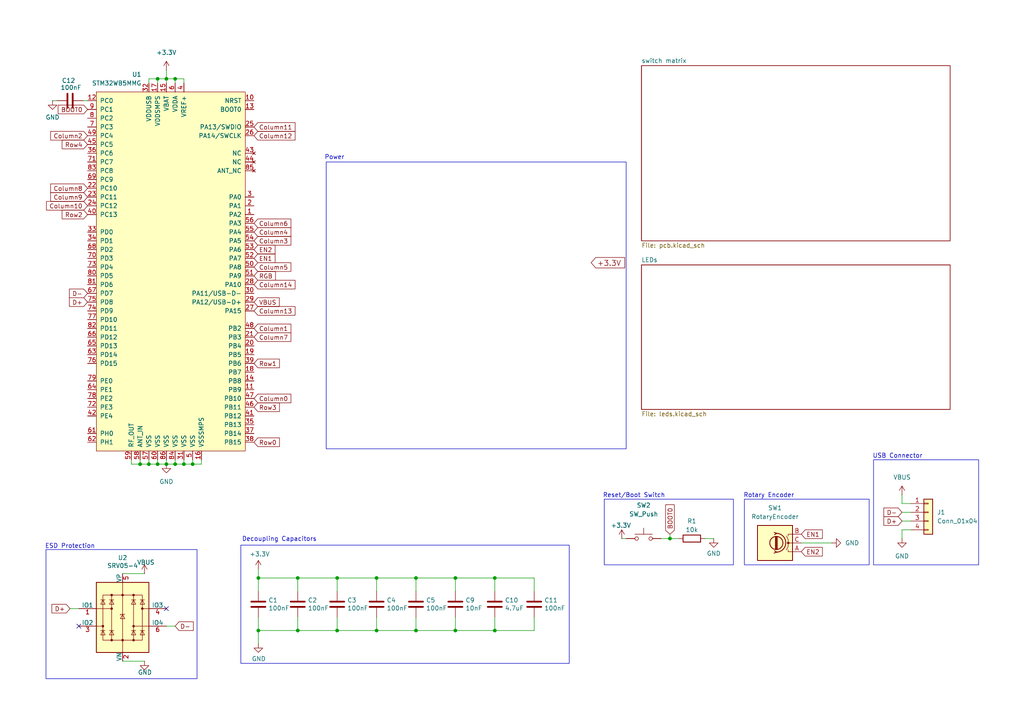
<source format=kicad_sch>
(kicad_sch (version 20250114) (generator "eeschema") (generator_version "9.0")
  (paper "A4")
  (lib_symbols
    (symbol "Connector_Generic:Conn_01x04" (pin_names (offset 1.016) (hide yes))
      (property "Reference" "J" (at 0 5.08 0))
      (property "Value" "Conn_01x04" (at 0 -7.62 0))
      (symbol "Conn_01x04_1_1"
        (rectangle (start -1.27 3.81) (end 1.27 -6.35) (stroke (width 0.254)) (fill (type background)))
        (rectangle (start -1.27 2.667) (end 0 2.413) (stroke (width 0.1524)))
        (rectangle (start -1.27 0.127) (end 0 -0.127) (stroke (width 0.1524)))
        (rectangle (start -1.27 -2.413) (end 0 -2.667) (stroke (width 0.1524)))
        (rectangle (start -1.27 -4.953) (end 0 -5.207) (stroke (width 0.1524)))
        (pin passive line (at -5.08 2.54 0) (length 3.81) (name "Pin_1") (number "1"))
        (pin passive line (at -5.08 0 0) (length 3.81) (name "Pin_2") (number "2"))
        (pin passive line (at -5.08 -2.54 0) (length 3.81) (name "Pin_3") (number "3"))
        (pin passive line (at -5.08 -5.08 0) (length 3.81) (name "Pin_4") (number "4"))
      )
    )
    (symbol "Device:C" (pin_numbers (hide yes)) (pin_names (offset 0.254))
      (property "Reference" "C" (at 0.635 2.54 0))
      (property "Value" "Device_C" (at 0.635 -2.54 0))
      (symbol "C_0_1"
        (polyline (pts (xy -2.032 0.762) (xy 2.032 0.762)) (stroke (width 0.508)))
        (polyline (pts (xy -2.032 -0.762) (xy 2.032 -0.762)) (stroke (width 0.508)))
      )
      (symbol "C_1_1"
        (pin passive line (at 0 3.81 270) (length 2.794) (name "~") (number "1"))
        (pin passive line (at 0 -3.81 90) (length 2.794) (name "~") (number "2"))
      )
    )
    (symbol "Device:RotaryEncoder" (pin_names (offset 0.254) (hide yes))
      (property "Reference" "SW" (at 0 6.604 0))
      (property "Value" "RotaryEncoder" (at 0 -6.604 0))
      (symbol "RotaryEncoder_0_1"
        (rectangle (start -5.08 5.08) (end 5.08 -5.08) (stroke (width 0.254)) (fill (type background)))
        (polyline (pts (xy -5.08 2.54) (xy -3.81 2.54) (xy -3.81 2.032)))
        (polyline (pts (xy -5.08 0) (xy -3.81 0) (xy -3.81 -1.016) (xy -3.302 -2.032)))
        (polyline (pts (xy -5.08 -2.54) (xy -3.81 -2.54) (xy -3.81 -2.032)))
        (polyline (pts (xy -4.318 0) (xy -3.81 0) (xy -3.81 1.016) (xy -3.302 2.032)))
        (circle (center -3.81 0) (radius 0.254) (fill (type outline)))
        (polyline (pts (xy -0.635 -1.778) (xy -0.635 1.778)) (stroke (width 0.254)))
        (circle (center -0.381 0) (radius 1.905) (stroke (width 0.254)))
        (polyline (pts (xy -0.381 -1.778) (xy -0.381 1.778)) (stroke (width 0.254)))
        (arc (start -0.381 -2.794) (mid -3.0988 -0.0635) (end -0.381 2.667) (stroke (width 0.254)))
        (polyline (pts (xy -0.127 1.778) (xy -0.127 -1.778)) (stroke (width 0.254)))
        (polyline (pts (xy 0.254 2.921) (xy -0.508 2.667) (xy 0.127 2.286)) (stroke (width 0.254)))
        (polyline (pts (xy 0.254 -3.048) (xy -0.508 -2.794) (xy 0.127 -2.413)) (stroke (width 0.254)))
      )
      (symbol "RotaryEncoder_1_1"
        (pin passive line (at -7.62 2.54 0) (length 2.54) (name "A") (number "A"))
        (pin passive line (at -7.62 0 0) (length 2.54) (name "C") (number "C"))
        (pin passive line (at -7.62 -2.54 0) (length 2.54) (name "B") (number "B"))
      )
    )
    (symbol "PCM_marbastlib-various:STM32WB5MMG" (pin_names (offset 1.016))
      (property "Reference" "U" (at -20.32 57.15 0))
      (property "Value" "STM32WB5MMG" (at -13.97 54.61 0))
      (symbol "STM32WB5MMG_0_0"
        (pin input line (at -24.13 49.53 0) (length 2.54) (name "NRST") (number "10"))
        (pin bidirectional line (at -24.13 46.99 0) (length 2.54) (name "BOOT0") (number "13"))
        (pin bidirectional line (at -24.13 41.91 0) (length 2.54) (name "PA13/SWDIO") (number "25"))
        (pin bidirectional line (at -24.13 39.37 0) (length 2.54) (name "PA14/SWCLK") (number "26"))
        (pin no_connect line (at -24.13 34.29 0) (length 2.54) (name "NC") (number "43"))
        (pin no_connect line (at -24.13 31.75 0) (length 2.54) (name "NC") (number "44"))
        (pin no_connect line (at -24.13 29.21 0) (length 2.54) (name "ANT_NC") (number "85"))
        (pin bidirectional line (at -24.13 21.59 0) (length 2.54) (name "PA0") (number "3"))
        (pin bidirectional line (at -24.13 19.05 0) (length 2.54) (name "PA1") (number "2"))
        (pin bidirectional line (at -24.13 16.51 0) (length 2.54) (name "PA2") (number "1"))
        (pin bidirectional line (at -24.13 13.97 0) (length 2.54) (name "PA3") (number "56"))
        (pin bidirectional line (at -24.13 11.43 0) (length 2.54) (name "PA4") (number "55"))
        (pin bidirectional line (at -24.13 8.89 0) (length 2.54) (name "PA5") (number "54"))
        (pin bidirectional line (at -24.13 6.35 0) (length 2.54) (name "PA6") (number "53"))
        (pin bidirectional line (at -24.13 3.81 0) (length 2.54) (name "PA7") (number "52"))
        (pin bidirectional line (at -24.13 1.27 0) (length 2.54) (name "PA8") (number "50"))
        (pin bidirectional line (at -24.13 -1.27 0) (length 2.54) (name "PA9") (number "51"))
        (pin bidirectional line (at -24.13 -3.81 0) (length 2.54) (name "PA10") (number "28"))
        (pin bidirectional line (at -24.13 -6.35 0) (length 2.54) (name "PA11/USB-D-") (number "30"))
        (pin bidirectional line (at -24.13 -8.89 0) (length 2.54) (name "PA12/USB-D+") (number "29"))
        (pin bidirectional line (at -24.13 -11.43 0) (length 2.54) (name "PA15") (number "27"))
        (pin bidirectional line (at -24.13 -16.51 0) (length 2.54) (name "PB2") (number "48"))
        (pin bidirectional line (at -24.13 -19.05 0) (length 2.54) (name "PB3") (number "21"))
        (pin bidirectional line (at -24.13 -21.59 0) (length 2.54) (name "PB4") (number "20"))
        (pin bidirectional line (at -24.13 -24.13 0) (length 2.54) (name "PB5") (number "19"))
        (pin bidirectional line (at -24.13 -26.67 0) (length 2.54) (name "PB6") (number "39"))
        (pin bidirectional line (at -24.13 -29.21 0) (length 2.54) (name "PB7") (number "18"))
        (pin bidirectional line (at -24.13 -31.75 0) (length 2.54) (name "PB8") (number "14"))
        (pin bidirectional line (at -24.13 -34.29 0) (length 2.54) (name "PB9") (number "11"))
        (pin bidirectional line (at -24.13 -36.83 0) (length 2.54) (name "PB10") (number "47"))
        (pin bidirectional line (at -24.13 -39.37 0) (length 2.54) (name "PB11") (number "46"))
        (pin bidirectional line (at -24.13 -41.91 0) (length 2.54) (name "PB12") (number "41"))
        (pin bidirectional line (at -24.13 -44.45 0) (length 2.54) (name "PB13") (number "35"))
        (pin bidirectional line (at -24.13 -46.99 0) (length 2.54) (name "PB14") (number "37"))
        (pin bidirectional line (at -24.13 -49.53 0) (length 2.54) (name "PB15") (number "38"))
        (pin power_in line (at -8.89 -54.61 90) (length 2.54) (name "VSSSMPS") (number "16"))
        (pin power_in line (at -6.35 -54.61 90) (length 2.54) (name "VSS") (number "5"))
        (pin power_in line (at -3.81 54.61 270) (length 2.54) (name "VREF+") (number "4"))
        (pin power_in line (at -3.81 -54.61 90) (length 2.54) (name "VSS") (number "31"))
        (pin power_in line (at -1.27 54.61 270) (length 2.54) (name "VDDA") (number "6"))
        (pin power_in line (at -1.27 -54.61 90) (length 2.54) (name "VSS") (number "84"))
        (pin power_in line (at 1.27 54.61 270) (length 2.54) (name "VBAT") (number "15"))
        (pin power_in line (at 1.27 -54.61 90) (length 2.54) (name "VSS") (number "86"))
        (pin power_in line (at 3.81 54.61 270) (length 2.54) (name "VDDSMPS") (number "17"))
        (pin power_in line (at 3.81 -54.61 90) (length 2.54) (name "VSS") (number "60"))
        (pin power_in line (at 6.35 54.61 270) (length 2.54) (name "VDDUSB") (number "32"))
        (pin power_in line (at 6.35 -54.61 90) (length 2.54) (name "VSS") (number "57"))
        (pin power_in line (at 8.89 -54.61 90) (length 2.54) (name "ANT_IN") (number "58"))
        (pin power_in line (at 11.43 -54.61 90) (length 2.54) (name "RF_OUT") (number "59"))
        (pin bidirectional line (at 24.13 49.53 180) (length 2.54) (name "PC0") (number "12"))
        (pin bidirectional line (at 24.13 46.99 180) (length 2.54) (name "PC1") (number "9"))
        (pin bidirectional line (at 24.13 44.45 180) (length 2.54) (name "PC2") (number "8"))
        (pin bidirectional line (at 24.13 41.91 180) (length 2.54) (name "PC3") (number "7"))
        (pin bidirectional line (at 24.13 39.37 180) (length 2.54) (name "PC4") (number "49"))
        (pin bidirectional line (at 24.13 36.83 180) (length 2.54) (name "PC5") (number "45"))
        (pin bidirectional line (at 24.13 34.29 180) (length 2.54) (name "PC6") (number "36"))
        (pin bidirectional line (at 24.13 31.75 180) (length 2.54) (name "PC7") (number "71"))
        (pin bidirectional line (at 24.13 29.21 180) (length 2.54) (name "PC8") (number "83"))
        (pin bidirectional line (at 24.13 26.67 180) (length 2.54) (name "PC9") (number "69"))
        (pin bidirectional line (at 24.13 24.13 180) (length 2.54) (name "PC10") (number "22"))
        (pin bidirectional line (at 24.13 21.59 180) (length 2.54) (name "PC11") (number "23"))
        (pin bidirectional line (at 24.13 19.05 180) (length 2.54) (name "PC12") (number "24"))
        (pin bidirectional line (at 24.13 16.51 180) (length 2.54) (name "PC13") (number "40"))
        (pin bidirectional line (at 24.13 11.43 180) (length 2.54) (name "PD0") (number "33"))
        (pin bidirectional line (at 24.13 8.89 180) (length 2.54) (name "PD1") (number "34"))
        (pin bidirectional line (at 24.13 6.35 180) (length 2.54) (name "PD2") (number "68"))
        (pin bidirectional line (at 24.13 3.81 180) (length 2.54) (name "PD3") (number "70"))
        (pin bidirectional line (at 24.13 1.27 180) (length 2.54) (name "PD4") (number "73"))
        (pin bidirectional line (at 24.13 -1.27 180) (length 2.54) (name "PD5") (number "80"))
        (pin bidirectional line (at 24.13 -3.81 180) (length 2.54) (name "PD6") (number "81"))
        (pin bidirectional line (at 24.13 -6.35 180) (length 2.54) (name "PD7") (number "67"))
        (pin bidirectional line (at 24.13 -8.89 180) (length 2.54) (name "PD8") (number "75"))
        (pin bidirectional line (at 24.13 -11.43 180) (length 2.54) (name "PD9") (number "74"))
        (pin bidirectional line (at 24.13 -13.97 180) (length 2.54) (name "PD10") (number "77"))
        (pin bidirectional line (at 24.13 -16.51 180) (length 2.54) (name "PD11") (number "82"))
        (pin bidirectional line (at 24.13 -19.05 180) (length 2.54) (name "PD12") (number "66"))
        (pin bidirectional line (at 24.13 -21.59 180) (length 2.54) (name "PD13") (number "65"))
        (pin bidirectional line (at 24.13 -24.13 180) (length 2.54) (name "PD14") (number "63"))
        (pin bidirectional line (at 24.13 -26.67 180) (length 2.54) (name "PD15") (number "76"))
        (pin bidirectional line (at 24.13 -31.75 180) (length 2.54) (name "PE0") (number "79"))
        (pin bidirectional line (at 24.13 -34.29 180) (length 2.54) (name "PE1") (number "64"))
        (pin bidirectional line (at 24.13 -36.83 180) (length 2.54) (name "PE2") (number "78"))
        (pin bidirectional line (at 24.13 -39.37 180) (length 2.54) (name "PE3") (number "72"))
        (pin bidirectional line (at 24.13 -41.91 180) (length 2.54) (name "PE4") (number "42"))
        (pin bidirectional line (at 24.13 -46.99 180) (length 2.54) (name "PH0") (number "61"))
        (pin bidirectional line (at 24.13 -49.53 180) (length 2.54) (name "PH1") (number "62"))
      )
      (symbol "STM32WB5MMG_0_1"
        (rectangle (start -21.59 52.07) (end 21.59 -52.07) (fill (type background)))
      )
    )
    (symbol "Power_Protection:SRV05-4" (pin_names (offset 0))
      (property "Reference" "U" (at -5.08 11.43 0))
      (property "Value" "Power_Protection_SRV05-4" (at 2.54 11.43 0))
      (symbol "SRV05-4_0_0"
        (rectangle (start -5.715 6.477) (end 5.715 -6.604))
        (polyline (pts (xy -3.175 -6.604) (xy -3.175 6.477)))
        (polyline (pts (xy 3.175 6.477) (xy 3.175 -6.604)))
      )
      (symbol "SRV05-4_0_1"
        (polyline (pts (xy -7.747 2.54) (xy -3.175 2.54)))
        (rectangle (start -7.62 10.16) (end 7.62 -10.16) (stroke (width 0.254)) (fill (type background)))
        (polyline (pts (xy -7.62 -2.54) (xy -5.715 -2.54)))
        (circle (center -5.715 -2.54) (radius 0.2794) (fill (type outline)))
        (polyline (pts (xy -5.08 5.08) (xy -6.35 5.08)))
        (polyline (pts (xy -5.08 3.81) (xy -6.35 3.81) (xy -5.715 5.08) (xy -5.08 3.81)))
        (polyline (pts (xy -5.08 -3.81) (xy -6.35 -3.81)))
        (polyline (pts (xy -5.08 -5.08) (xy -6.35 -5.08) (xy -5.715 -3.81) (xy -5.08 -5.08)))
        (circle (center -3.175 6.477) (radius 0.2794) (fill (type outline)))
        (circle (center -3.175 2.54) (radius 0.2794) (fill (type outline)))
        (circle (center -3.175 -6.604) (radius 0.2794) (fill (type outline)))
        (polyline (pts (xy -2.54 5.08) (xy -3.81 5.08)))
        (polyline (pts (xy -2.54 3.81) (xy -3.81 3.81) (xy -3.175 5.08) (xy -2.54 3.81)))
        (polyline (pts (xy -2.54 -3.81) (xy -3.81 -3.81)))
        (polyline (pts (xy -2.54 -5.08) (xy -3.81 -5.08) (xy -3.175 -3.81) (xy -2.54 -5.08)))
        (polyline (pts (xy 0 10.16) (xy 0 -10.16)))
        (circle (center 0 6.477) (radius 0.2794) (fill (type outline)))
        (circle (center 0 -6.604) (radius 0.2794) (fill (type outline)))
        (polyline (pts (xy 0.635 0.889) (xy -0.635 0.889) (xy -0.635 0.635)))
        (polyline (pts (xy 0.635 -0.381) (xy -0.635 -0.381) (xy 0 0.889) (xy 0.635 -0.381)))
        (circle (center 3.175 6.477) (radius 0.2794) (fill (type outline)))
        (circle (center 3.175 -2.54) (radius 0.2794) (fill (type outline)))
        (circle (center 3.175 -6.604) (radius 0.2794) (fill (type outline)))
        (polyline (pts (xy 3.81 5.08) (xy 2.54 5.08)))
        (polyline (pts (xy 3.81 3.81) (xy 2.54 3.81) (xy 3.175 5.08) (xy 3.81 3.81)))
        (polyline (pts (xy 3.81 -3.81) (xy 2.54 -3.81)))
        (polyline (pts (xy 3.81 -5.08) (xy 2.54 -5.08) (xy 3.175 -3.81) (xy 3.81 -5.08)))
        (circle (center 5.715 2.54) (radius 0.2794) (fill (type outline)))
        (polyline (pts (xy 6.35 5.08) (xy 5.08 5.08)))
        (polyline (pts (xy 6.35 3.81) (xy 5.08 3.81) (xy 5.715 5.08) (xy 6.35 3.81)))
        (polyline (pts (xy 6.35 -3.81) (xy 5.08 -3.81)))
        (polyline (pts (xy 6.35 -5.08) (xy 5.08 -5.08) (xy 5.715 -3.81) (xy 6.35 -5.08)))
        (polyline (pts (xy 7.62 2.54) (xy 5.715 2.54)))
        (polyline (pts (xy 7.62 -2.54) (xy 3.175 -2.54)))
      )
      (symbol "SRV05-4_1_1"
        (pin passive line (at -12.7 2.54 0) (length 5.08) (name "IO1") (number "1"))
        (pin passive line (at -12.7 -2.54 0) (length 5.08) (name "IO2") (number "3"))
        (pin passive line (at 0 12.7 270) (length 2.54) (name "VP") (number "5"))
        (pin passive line (at 0 -12.7 90) (length 2.54) (name "VN") (number "2"))
        (pin passive line (at 12.7 2.54 180) (length 5.08) (name "IO3") (number "4"))
        (pin passive line (at 12.7 -2.54 180) (length 5.08) (name "IO4") (number "6"))
      )
    )
    (symbol "ScottoKeebs:Placeholder_Resistor" (pin_numbers (hide yes)) (pin_names (offset 0))
      (property "Reference" "R" (at 0 2.032 0))
      (property "Value" "Resistor" (at 0 -2.54 0))
      (symbol "Placeholder_Resistor_0_1"
        (rectangle (start 2.54 -1.016) (end -2.54 1.016) (stroke (width 0.254)))
      )
      (symbol "Placeholder_Resistor_1_1"
        (pin passive line (at -3.81 0 0) (length 1.27) (name "~") (number "1"))
        (pin passive line (at 3.81 0 180) (length 1.27) (name "~") (number "2"))
      )
    )
    (symbol "Switch:SW_Push" (pin_numbers (hide yes)) (pin_names (offset 1.016) (hide yes))
      (property "Reference" "SW" (at 1.27 2.54 0))
      (property "Value" "SW_Push" (at 0 -1.524 0))
      (symbol "SW_Push_0_1"
        (circle (center -2.032 0) (radius 0.508))
        (polyline (pts (xy 0 1.27) (xy 0 3.048)))
        (circle (center 2.032 0) (radius 0.508))
        (polyline (pts (xy 2.54 1.27) (xy -2.54 1.27)))
        (pin passive line (at -5.08 0 0) (length 2.54) (name "1") (number "1"))
        (pin passive line (at 5.08 0 180) (length 2.54) (name "2") (number "2"))
      )
    )
    (symbol "power:+3.3V" (power) (pin_numbers (hide yes)) (pin_names (offset 0) (hide yes))
      (property "Value" "+3.3V" (at 0 3.556 0))
      (symbol "+3.3V_0_1"
        (polyline (pts (xy -0.762 1.27) (xy 0 2.54)))
        (polyline (pts (xy 0 2.54) (xy 0.762 1.27)))
        (polyline (pts (xy 0 0) (xy 0 2.54)))
      )
      (symbol "+3.3V_1_1"
        (pin power_in line (at 0 0 90) (length 0) (name "~") (number "1"))
      )
    )
    (symbol "power:+5V" (power) (pin_names (offset 0))
      (property "Value" "power_+5V" (at 0 3.556 0))
      (symbol "+5V_0_1"
        (polyline (pts (xy -0.762 1.27) (xy 0 2.54)))
        (polyline (pts (xy 0 2.54) (xy 0.762 1.27)))
        (polyline (pts (xy 0 0) (xy 0 2.54)))
      )
      (symbol "+5V_1_1"
        (pin power_in line (at 0 0 90) (length 0) (hide yes) (name "+5V") (number "1"))
      )
    )
    (symbol "power:GND" (power) (pin_numbers (hide yes)) (pin_names (offset 0) (hide yes))
      (property "Value" "GND" (at 0 -3.81 0))
      (symbol "GND_0_1"
        (polyline (pts (xy 0 0) (xy 0 -1.27) (xy 1.27 -1.27) (xy 0 -2.54) (xy -1.27 -1.27) (xy 0 -1.27)))
      )
      (symbol "GND_1_1"
        (pin power_in line (at 0 0 270) (length 0) (name "~") (number "1"))
      )
    )
    (symbol "power:VBUS" (power) (pin_numbers (hide yes)) (pin_names (offset 0) (hide yes))
      (property "Value" "VBUS" (at 0 3.556 0))
      (symbol "VBUS_0_1"
        (polyline (pts (xy -0.762 1.27) (xy 0 2.54)))
        (polyline (pts (xy 0 2.54) (xy 0.762 1.27)))
        (polyline (pts (xy 0 0) (xy 0 2.54)))
      )
      (symbol "VBUS_1_1"
        (pin power_in line (at 0 0 90) (length 0) (name "~") (number "1"))
      )
    )
  )
  (rectangle (start 215.9 144.78) (end 252.095 163.83))
  (rectangle (start 13.335 159.385) (end 57.15 196.85))
  (rectangle (start 94.615 46.99) (end 181.61 130.175))
  (rectangle (start 175.26 144.78) (end 212.725 163.83))
  (rectangle (start 69.85 158.115) (end 165.1 192.405))
  (rectangle (start 253.365 133.35) (end 283.845 163.83))
  (text "Reset/Boot Switch" (at 183.896 143.764 0) (effects (font (size 1.27 1.27))))
  (text "Decoupling Capacitors\n" (at 81.026 156.464 0) (effects (font (size 1.27 1.27))))
  (text "USB Connector" (at 260.35 132.334 0) (effects (font (size 1.27 1.27))))
  (text "ESD Protection" (at 20.32 158.496 0) (effects (font (size 1.27 1.27))))
  (text "Rotary Encoder" (at 223.012 143.764 0) (effects (font (size 1.27 1.27))))
  (text "Power" (at 97.028 45.72 0) (effects (font (size 1.27 1.27))))
  (junction (at 53.34 134.62))
  (junction (at 143.51 167.64))
  (junction (at 43.18 134.62))
  (junction (at 45.72 22.86))
  (junction (at 86.36 167.64))
  (junction (at 74.93 167.64))
  (junction (at 50.8 134.62))
  (junction (at 40.64 134.62))
  (junction (at 143.51 182.88))
  (junction (at 86.36 182.88))
  (junction (at 74.93 182.88))
  (junction (at 55.88 134.62))
  (junction (at 45.72 134.62))
  (junction (at 48.26 22.86))
  (junction (at 50.8 22.86))
  (junction (at 109.22 167.64))
  (junction (at 120.65 182.88))
  (junction (at 97.79 182.88))
  (junction (at 48.26 134.62))
  (junction (at 97.79 167.64))
  (junction (at 120.65 167.64))
  (junction (at 132.08 182.88))
  (junction (at 109.22 182.88))
  (junction (at 194.31 156.21))
  (junction (at 132.08 167.64))
  (no_connect (at 22.86 181.61))
  (no_connect (at 48.26 176.53))
  (wire (pts (xy 45.72 134.62) (xy 45.72 133.35)))
  (wire (pts (xy 41.91 166.37) (xy 35.56 166.37)))
  (wire (pts (xy 109.22 182.88) (xy 120.65 182.88)))
  (wire (pts (xy 74.93 167.64) (xy 86.36 167.64)))
  (wire (pts (xy 74.93 182.88) (xy 74.93 186.69)))
  (wire (pts (xy 50.8 22.86) (xy 50.8 24.13)))
  (wire (pts (xy 48.26 20.32) (xy 48.26 22.86)))
  (wire (pts (xy 55.88 134.62) (xy 58.42 134.62)))
  (wire (pts (xy 261.62 143.51) (xy 261.62 146.05)))
  (wire (pts (xy 74.93 182.88) (xy 86.36 182.88)))
  (wire (pts (xy 97.79 179.07) (xy 97.79 182.88)))
  (wire (pts (xy 50.8 133.35) (xy 50.8 134.62)))
  (wire (pts (xy 143.51 167.64) (xy 154.94 167.64)))
  (wire (pts (xy 154.94 179.07) (xy 154.94 182.88)))
  (wire (pts (xy 194.31 156.21) (xy 196.85 156.21)))
  (wire (pts (xy 48.26 133.35) (xy 48.26 134.62)))
  (wire (pts (xy 43.18 133.35) (xy 43.18 134.62)))
  (wire (pts (xy 53.34 22.86) (xy 53.34 24.13)))
  (wire (pts (xy 109.22 179.07) (xy 109.22 182.88)))
  (wire (pts (xy 38.1 133.35) (xy 38.1 134.62)))
  (wire (pts (xy 154.94 167.64) (xy 154.94 171.45)))
  (wire (pts (xy 132.08 182.88) (xy 143.51 182.88)))
  (wire (pts (xy 35.56 191.77) (xy 41.91 191.77)))
  (wire (pts (xy 120.65 182.88) (xy 132.08 182.88)))
  (wire (pts (xy 261.62 153.67) (xy 261.62 156.21)))
  (wire (pts (xy 264.16 146.05) (xy 261.62 146.05)))
  (wire (pts (xy 143.51 182.88) (xy 154.94 182.88)))
  (wire (pts (xy 143.51 179.07) (xy 143.51 182.88)))
  (wire (pts (xy 40.64 134.62) (xy 43.18 134.62)))
  (wire (pts (xy 48.26 22.86) (xy 50.8 22.86)))
  (wire (pts (xy 232.41 157.48) (xy 241.3 157.48)))
  (wire (pts (xy 15.24 29.21) (xy 16.51 29.21)))
  (wire (pts (xy 53.34 134.62) (xy 55.88 134.62)))
  (wire (pts (xy 97.79 167.64) (xy 109.22 167.64)))
  (wire (pts (xy 58.42 134.62) (xy 58.42 133.35)))
  (wire (pts (xy 74.93 179.07) (xy 74.93 182.88)))
  (wire (pts (xy 120.65 179.07) (xy 120.65 182.88)))
  (wire (pts (xy 132.08 167.64) (xy 143.51 167.64)))
  (wire (pts (xy 120.65 167.64) (xy 132.08 167.64)))
  (wire (pts (xy 194.31 154.94) (xy 194.31 156.21)))
  (wire (pts (xy 261.62 153.67) (xy 264.16 153.67)))
  (wire (pts (xy 109.22 167.64) (xy 109.22 171.45)))
  (wire (pts (xy 97.79 182.88) (xy 109.22 182.88)))
  (wire (pts (xy 43.18 22.86) (xy 43.18 24.13)))
  (wire (pts (xy 204.47 156.21) (xy 207.01 156.21)))
  (wire (pts (xy 261.62 151.13) (xy 264.16 151.13)))
  (wire (pts (xy 38.1 134.62) (xy 40.64 134.62)))
  (wire (pts (xy 109.22 167.64) (xy 120.65 167.64)))
  (wire (pts (xy 86.36 167.64) (xy 97.79 167.64)))
  (wire (pts (xy 53.34 134.62) (xy 50.8 134.62)))
  (wire (pts (xy 45.72 134.62) (xy 48.26 134.62)))
  (wire (pts (xy 20.32 176.53) (xy 22.86 176.53)))
  (wire (pts (xy 191.77 156.21) (xy 194.31 156.21)))
  (wire (pts (xy 143.51 167.64) (xy 143.51 171.45)))
  (wire (pts (xy 50.8 22.86) (xy 53.34 22.86)))
  (wire (pts (xy 261.62 148.59) (xy 264.16 148.59)))
  (wire (pts (xy 74.93 167.64) (xy 74.93 171.45)))
  (wire (pts (xy 86.36 179.07) (xy 86.36 182.88)))
  (wire (pts (xy 50.8 181.61) (xy 48.26 181.61)))
  (wire (pts (xy 74.93 165.1) (xy 74.93 167.64)))
  (wire (pts (xy 132.08 179.07) (xy 132.08 182.88)))
  (wire (pts (xy 45.72 22.86) (xy 45.72 24.13)))
  (wire (pts (xy 40.64 133.35) (xy 40.64 134.62)))
  (wire (pts (xy 86.36 182.88) (xy 97.79 182.88)))
  (wire (pts (xy 55.88 133.35) (xy 55.88 134.62)))
  (wire (pts (xy 24.13 29.21) (xy 25.4 29.21)))
  (wire (pts (xy 45.72 22.86) (xy 48.26 22.86)))
  (wire (pts (xy 97.79 167.64) (xy 97.79 171.45)))
  (wire (pts (xy 43.18 22.86) (xy 45.72 22.86)))
  (wire (pts (xy 180.34 156.21) (xy 181.61 156.21)))
  (wire (pts (xy 132.08 167.64) (xy 132.08 171.45)))
  (wire (pts (xy 50.8 134.62) (xy 48.26 134.62)))
  (wire (pts (xy 120.65 167.64) (xy 120.65 171.45)))
  (wire (pts (xy 43.18 134.62) (xy 45.72 134.62)))
  (wire (pts (xy 86.36 167.64) (xy 86.36 171.45)))
  (wire (pts (xy 53.34 133.35) (xy 53.34 134.62)))
  (wire (pts (xy 48.26 22.86) (xy 48.26 24.13)))
  (global_label "D+" (shape input) (at 261.62 151.13 180) (property "Intersheetrefs" "${INTERSHEET_REFS}" (effects (hide yes))))
  (global_label "Column11" (shape input) (at 73.66 36.83 0) (property "Intersheetrefs" "${INTERSHEET_REFS}" (effects (hide yes))))
  (global_label "D-" (shape input) (at 25.4 85.09 180) (property "Intersheetrefs" "${INTERSHEET_REFS}" (effects (hide yes))))
  (global_label "Column6" (shape input) (at 73.66 64.77 0) (property "Intersheetrefs" "${INTERSHEET_REFS}" (effects (hide yes))))
  (global_label "Row0" (shape input) (at 73.66 128.27 0) (property "Intersheetrefs" "${INTERSHEET_REFS}" (effects (hide yes))))
  (global_label "Column4" (shape input) (at 73.66 67.31 0) (property "Intersheetrefs" "${INTERSHEET_REFS}" (effects (hide yes))))
  (global_label "+3.3V" (shape input) (at 171.45 76.2 0) (effects (font (size 1.524 1.524))) (property "Intersheetrefs" "${INTERSHEET_REFS}" (effects (hide yes))))
  (global_label "VBUS" (shape input) (at 73.66 87.63 0) (property "Intersheetrefs" "${INTERSHEET_REFS}" (effects (hide yes))))
  (global_label "EN2" (shape input) (at 73.66 72.39 0) (property "Intersheetrefs" "${INTERSHEET_REFS}" (effects (hide yes))))
  (global_label "D-" (shape input) (at 261.62 148.59 180) (property "Intersheetrefs" "${INTERSHEET_REFS}" (effects (hide yes))))
  (global_label "Column1" (shape input) (at 73.66 95.25 0) (property "Intersheetrefs" "${INTERSHEET_REFS}" (effects (hide yes))))
  (global_label "D+" (shape input) (at 20.32 176.53 180) (property "Intersheetrefs" "${INTERSHEET_REFS}" (effects (hide yes))))
  (global_label "Row2" (shape input) (at 25.4 62.23 180) (property "Intersheetrefs" "${INTERSHEET_REFS}" (effects (hide yes))))
  (global_label "Column2" (shape input) (at 25.4 39.37 180) (property "Intersheetrefs" "${INTERSHEET_REFS}" (effects (hide yes))))
  (global_label "Column0" (shape input) (at 73.66 115.57 0) (property "Intersheetrefs" "${INTERSHEET_REFS}" (effects (hide yes))))
  (global_label "BOOT0" (shape input) (at 25.4 31.75 180) (property "Intersheetrefs" "${INTERSHEET_REFS}" (effects (hide yes))))
  (global_label "Row3" (shape input) (at 73.66 118.11 0) (property "Intersheetrefs" "${INTERSHEET_REFS}" (effects (hide yes))))
  (global_label "Column5" (shape input) (at 73.66 77.47 0) (property "Intersheetrefs" "${INTERSHEET_REFS}" (effects (hide yes))))
  (global_label "Column3" (shape input) (at 73.66 69.85 0) (property "Intersheetrefs" "${INTERSHEET_REFS}" (effects (hide yes))))
  (global_label "Column8" (shape input) (at 25.4 54.61 180) (property "Intersheetrefs" "${INTERSHEET_REFS}" (effects (hide yes))))
  (global_label "BOOT0" (shape input) (at 194.31 154.94 90) (property "Intersheetrefs" "${INTERSHEET_REFS}" (effects (hide yes))))
  (global_label "Column10" (shape input) (at 25.4 59.69 180) (property "Intersheetrefs" "${INTERSHEET_REFS}" (effects (hide yes))))
  (global_label "Column13" (shape input) (at 73.66 90.17 0) (property "Intersheetrefs" "${INTERSHEET_REFS}" (effects (hide yes))))
  (global_label "Column12" (shape input) (at 73.66 39.37 0) (property "Intersheetrefs" "${INTERSHEET_REFS}" (effects (hide yes))))
  (global_label "EN1" (shape input) (at 232.41 154.94 0) (property "Intersheetrefs" "${INTERSHEET_REFS}" (effects (hide yes))))
  (global_label "RGB" (shape input) (at 73.66 80.01 0) (property "Intersheetrefs" "${INTERSHEET_REFS}" (effects (hide yes))))
  (global_label "Row4" (shape input) (at 25.4 41.91 180) (property "Intersheetrefs" "${INTERSHEET_REFS}" (effects (hide yes))))
  (global_label "Column14" (shape input) (at 73.66 82.55 0) (property "Intersheetrefs" "${INTERSHEET_REFS}" (effects (hide yes))))
  (global_label "Row1" (shape input) (at 73.66 105.41 0) (property "Intersheetrefs" "${INTERSHEET_REFS}" (effects (hide yes))))
  (global_label "D+" (shape input) (at 25.4 87.63 180) (property "Intersheetrefs" "${INTERSHEET_REFS}" (effects (hide yes))))
  (global_label "Column9" (shape input) (at 25.4 57.15 180) (property "Intersheetrefs" "${INTERSHEET_REFS}" (effects (hide yes))))
  (global_label "D-" (shape input) (at 50.8 181.61 0) (property "Intersheetrefs" "${INTERSHEET_REFS}" (effects (hide yes))))
  (global_label "Column7" (shape input) (at 73.66 97.79 0) (property "Intersheetrefs" "${INTERSHEET_REFS}" (effects (hide yes))))
  (global_label "EN2" (shape input) (at 232.41 160.02 0) (property "Intersheetrefs" "${INTERSHEET_REFS}" (effects (hide yes))))
  (global_label "EN1" (shape input) (at 73.66 74.93 0) (property "Intersheetrefs" "${INTERSHEET_REFS}" (effects (hide yes))))
  (symbol (lib_id "Device:C") (at 74.93 175.26 0) (unit 1)
    (property "Reference" "C1" (at 77.851 174.0916 0) (effects (justify left)))
    (property "Value" "100nF" (at 77.851 176.403 0) (effects (justify left)))
    (property "Footprint" "Capacitor_SMD:C_0805_2012Metric" (effects (hide yes)))
    (property "LCSC Part #" "C49678" (effects (hide yes)))
  )
  (symbol (lib_id "power:+5V") (at 74.93 165.1 0) (unit 1)
    (property "Reference" "#PWR0102" (effects (hide yes)))
    (property "Value" "+3.3V" (at 75.311 160.7058 0))
  )
  (symbol (lib_id "Device:C") (at 97.79 175.26 0) (unit 1)
    (property "Reference" "C3" (at 100.711 174.0916 0) (effects (justify left)))
    (property "Value" "100nF" (at 100.711 176.403 0) (effects (justify left)))
    (property "Footprint" "Capacitor_SMD:C_0805_2012Metric" (effects (hide yes)))
    (property "LCSC Part #" "C49678" (effects (hide yes)))
  )
  (symbol (lib_id "Device:C") (at 120.65 175.26 0) (unit 1)
    (property "Reference" "C5" (at 123.571 174.0916 0) (effects (justify left)))
    (property "Value" "100nF" (at 123.571 176.403 0) (effects (justify left)))
    (property "Footprint" "Capacitor_SMD:C_0805_2012Metric" (effects (hide yes)))
    (property "LCSC Part #" "C49678" (effects (hide yes)))
  )
  (symbol (lib_id "Device:C") (at 20.32 29.21 90) (unit 1)
    (property "Reference" "C12" (at 21.844 23.368 90) (effects (justify left)))
    (property "Value" "100nF" (at 23.622 25.4 90) (effects (justify left)))
    (property "Footprint" "Capacitor_SMD:C_0805_2012Metric" (effects (hide yes)))
    (property "LCSC Part #" "C49678" (effects (hide yes)))
  )
  (symbol (lib_id "power:VBUS") (at 261.62 143.51 0) (unit 1)
    (property "Reference" "#PWR06" (effects (hide yes)))
    (property "Value" "VBUS" (at 261.62 138.43 0))
    (property "Description" "Power symbol creates a global label with name \"VBUS\"" (effects (hide yes)))
  )
  (symbol (lib_id "Device:RotaryEncoder") (at 224.79 157.48 180) (unit 1)
    (property "Reference" "SW1" (at 224.79 147.32 0))
    (property "Value" "RotaryEncoder" (at 224.79 149.86 0))
    (property "Footprint" "My_Footprints:EN05VS1212NHH" (effects (hide yes)))
    (property "Description" "Rotary encoder, dual channel, incremental quadrate outputs" (effects (hide yes)))
  )
  (symbol (lib_id "power:GND") (at 207.01 156.21 0) (unit 1)
    (property "Reference" "#PWR015" (effects (hide yes)))
    (property "Value" "GND" (at 207.01 160.528 0))
  )
  (symbol (lib_id "power:GND") (at 48.26 134.62 0) (mirror y) (unit 1)
    (property "Reference" "#PWR010" (effects (hide yes)))
    (property "Value" "GND" (at 48.26 139.7 0))
    (property "Description" "Power symbol creates a global label with name \"GND\" , ground" (effects (hide yes)))
  )
  (symbol (lib_id "power:GND") (at 241.3 157.48 90) (mirror x) (unit 1)
    (property "Reference" "#PWR0169" (effects (hide yes)))
    (property "Value" "GND" (at 245.11 157.4799 90) (effects (justify right)))
    (property "Description" "Power symbol creates a global label with name \"GND\" , ground" (effects (hide yes)))
  )
  (symbol (lib_id "Switch:SW_Push") (at 186.69 156.21 0) (unit 1)
    (property "Reference" "SW2" (at 186.69 146.558 0))
    (property "Value" "SW_Push" (at 186.69 149.098 0))
    (property "Description" "Push button switch, generic, two pins" (effects (hide yes)))
  )
  (symbol (lib_id "power:+3.3V") (at 48.26 20.32 0) (unit 1)
    (property "Reference" "#PWR011" (effects (hide yes)))
    (property "Value" "+3.3V" (at 48.26 15.24 0))
    (property "Description" "Power symbol creates a global label with name \"+3.3V\"" (effects (hide yes)))
  )
  (symbol (lib_id "ScottoKeebs:Placeholder_Resistor") (at 200.66 156.21 0) (unit 1)
    (property "Reference" "R1" (at 200.66 151.13 0))
    (property "Value" "10k" (at 200.66 153.67 0))
    (property "Description" "Resistor" (effects (hide yes)))
  )
  (symbol (lib_id "power:GND") (at 74.93 186.69 0) (unit 1)
    (property "Reference" "#PWR012" (effects (hide yes)))
    (property "Value" "GND" (at 75.057 191.0842 0))
  )
  (symbol (lib_id "Device:C") (at 154.94 175.26 0) (unit 1)
    (property "Reference" "C11" (at 157.861 174.0916 0) (effects (justify left)))
    (property "Value" "100nF" (at 157.861 176.403 0) (effects (justify left)))
    (property "Footprint" "Capacitor_SMD:C_0805_2012Metric" (effects (hide yes)))
    (property "LCSC Part #" "C49678" (effects (hide yes)))
  )
  (symbol (lib_id "Device:C") (at 132.08 175.26 0) (unit 1)
    (property "Reference" "C9" (at 135.001 174.0916 0) (effects (justify left)))
    (property "Value" "10nF" (at 135.001 176.403 0) (effects (justify left)))
    (property "Footprint" "Capacitor_SMD:C_0805_2012Metric" (effects (hide yes)))
    (property "LCSC Part #" "C49678" (effects (hide yes)))
  )
  (symbol (lib_id "power:VBUS") (at 41.91 166.37 0) (unit 1)
    (property "Reference" "#PWR08" (effects (hide yes)))
    (property "Value" "VBUS" (at 42.291 163.1188 0))
  )
  (symbol (lib_id "power:GND") (at 15.24 29.21 0) (unit 1)
    (property "Reference" "#PWR013" (effects (hide yes)))
    (property "Value" "GND" (at 15.24 34.036 0))
    (property "Description" "Power symbol creates a global label with name \"GND\" , ground" (effects (hide yes)))
  )
  (symbol (lib_id "power:+3.3V") (at 180.34 156.21 0) (unit 1)
    (property "Reference" "#PWR014" (effects (hide yes)))
    (property "Value" "+3.3V" (at 180.086 152.4 0))
    (property "Description" "Power symbol creates a global label with name \"+3.3V\"" (effects (hide yes)))
  )
  (symbol (lib_id "power:GND") (at 261.62 156.21 0) (unit 1)
    (property "Reference" "#PWR07" (effects (hide yes)))
    (property "Value" "GND" (at 261.62 161.29 0))
    (property "Description" "Power symbol creates a global label with name \"GND\" , ground" (effects (hide yes)))
  )
  (symbol (lib_id "PCM_marbastlib-various:STM32WB5MMG") (at 49.53 78.74 0) (mirror y) (unit 1)
    (property "Reference" "U1" (at 41.0367 21.59 0) (effects (justify left)))
    (property "Value" "STM32WB5MMG" (at 41.0367 24.13 0) (effects (justify left)))
    (property "Footprint" "PCM_marbastlib-xp-various:STM32WB5MMG" (effects (hide yes)))
    (property "Datasheet" "https://www.st.com/en/microcontrollers-microprocessors/stm32wb5mmg.html" (effects (hide yes)))
    (property "Description" "STM32WB5MMG BT LE module" (effects (hide yes)))
  )
  (symbol (lib_id "Connector_Generic:Conn_01x04") (at 269.24 148.59 0) (unit 1)
    (property "Reference" "J1" (at 271.78 148.5899 0) (effects (justify left)))
    (property "Value" "Conn_01x04" (at 271.78 151.1299 0) (effects (justify left)))
    (property "Footprint" "Connector_JST:JST_SH_SM04B-SRSS-TB_1x04-1MP_P1.00mm_Horizontal" (effects (hide yes)))
    (property "Description" "Generic connector, single row, 01x04, script generated (kicad-library-utils/schlib/autogen/connector/)" (effects (hide yes)))
  )
  (symbol (lib_id "power:GND") (at 41.91 191.77 0) (unit 1)
    (property "Reference" "#PWR09" (effects (hide yes)))
    (property "Value" "GND" (at 42.037 195.0212 0))
  )
  (symbol (lib_id "Power_Protection:SRV05-4") (at 35.56 179.07 0) (unit 1)
    (property "Reference" "U2" (at 35.56 161.7726 0))
    (property "Value" "SRV05-4" (at 35.56 164.084 0))
    (property "Footprint" "Package_TO_SOT_SMD:SOT-23-6" (effects (hide yes)))
    (property "Datasheet" "http://www.onsemi.com/pub/Collateral/SRV05-4-D.PDF" (effects (hide yes)))
    (property "LCSC Part #" "C85364" (effects (hide yes)))
  )
  (symbol (lib_id "Device:C") (at 109.22 175.26 0) (unit 1)
    (property "Reference" "C4" (at 112.141 174.0916 0) (effects (justify left)))
    (property "Value" "100nF" (at 112.141 176.403 0) (effects (justify left)))
    (property "Footprint" "Capacitor_SMD:C_0805_2012Metric" (effects (hide yes)))
    (property "LCSC Part #" "C49678" (effects (hide yes)))
  )
  (symbol (lib_id "Device:C") (at 143.51 175.26 0) (unit 1)
    (property "Reference" "C10" (at 146.431 174.0916 0) (effects (justify left)))
    (property "Value" "4.7uF" (at 146.431 176.403 0) (effects (justify left)))
    (property "Footprint" "Capacitor_SMD:C_0805_2012Metric" (effects (hide yes)))
    (property "LCSC Part #" "C49678" (effects (hide yes)))
  )
  (symbol (lib_id "Device:C") (at 86.36 175.26 0) (unit 1)
    (property "Reference" "C2" (at 89.281 174.0916 0) (effects (justify left)))
    (property "Value" "100nF" (at 89.281 176.403 0) (effects (justify left)))
    (property "Footprint" "Capacitor_SMD:C_0805_2012Metric" (effects (hide yes)))
    (property "LCSC Part #" "C49678" (effects (hide yes)))
  )
  (sheet (at 186.055 19.05) (size 89.535 50.8) (stroke (width 0.1524))
    (property "Sheetname" "switch matrix" (at 186.055 18.3384 0) (effects (justify left bottom)))
    (property "Sheetfile" "pcb.kicad_sch" (at 186.055 70.4346 0) (effects (justify left top)))
  )
  (sheet (at 186.055 76.835) (size 89.535 41.91) (stroke (width 0.1524))
    (property "Sheetname" "LEDs" (at 186.055 76.1234 0) (effects (justify left bottom)))
    (property "Sheetfile" "leds.kicad_sch" (at 186.055 119.3296 0) (effects (justify left top)))
  )
)
</source>
